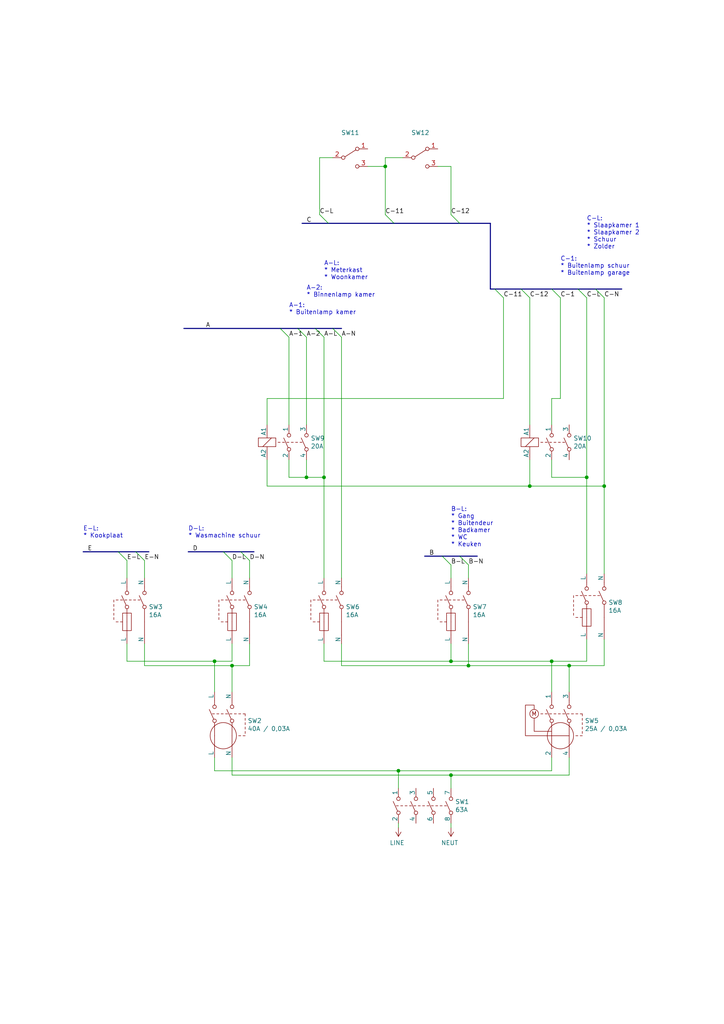
<source format=kicad_sch>
(kicad_sch (version 20211123) (generator eeschema)
  (paper "A4" portrait)
  (title_block (title "Meterkast Bokkeleane 17") (date "2024-10-20") (rev "1.1.0"))
  (lib_symbols
    (symbol "Fuse_Box:4P1T" (pin_numbers hide) (pin_names (offset 0))
      (property "Reference" "SW" (at -11.43 0 0))
      (property "Value" "4P1T" (at 11.43 0 0))
      (symbol "4P1T_0_0"
        (circle (center -2.54 -2.032) (radius 0.508))
        (circle (center -2.54 2.032) (radius 0.508))
        (polyline (pts (xy -2.794 -1.524) (xy -4.064 1.27)))
        (polyline (pts (xy -2.54 0) (xy -3.175 0)))
        (polyline (pts (xy -1.27 0) (xy -1.905 0)))
        (polyline (pts (xy 0 0) (xy -0.635 0)))
        (polyline (pts (xy 1.27 0) (xy 0.635 0)))
        (polyline (pts (xy 2.286 -1.524) (xy 1.016 1.27)))
        (circle (center 2.54 -2.032) (radius 0.508))
        (circle (center 2.54 2.032) (radius 0.508))
      )
      (symbol "4P1T_1_1"
        (circle (center -7.62 -2.032) (radius 0.508))
        (circle (center -7.62 2.032) (radius 0.508))
        (polyline (pts (xy -7.874 -1.524) (xy -9.144 1.27)))
        (polyline (pts (xy -7.62 0) (xy -8.255 0)))
        (polyline (pts (xy -6.35 0) (xy -6.985 0)))
        (polyline (pts (xy -5.08 0) (xy -5.715 0)))
        (polyline (pts (xy -3.81 0) (xy -4.445 0)))
        (polyline (pts (xy 2.54 0) (xy 1.905 0)))
        (polyline (pts (xy 3.81 0) (xy 3.175 0)))
        (polyline (pts (xy 5.08 0) (xy 4.445 0)))
        (polyline (pts (xy 6.35 0) (xy 5.715 0)))
        (polyline (pts (xy 7.366 -1.524) (xy 6.096 1.27)))
        (circle (center 7.62 -2.032) (radius 0.508))
        (circle (center 7.62 2.032) (radius 0.508))
        (pin passive line (at -7.62 5.08 270) (length 2.54) (name "1") (number "1"))
        (pin passive line (at -7.62 -5.08 90) (length 2.54) (name "2") (number "2"))
        (pin passive line (at -2.54 5.08 270) (length 2.54) (name "3") (number "3"))
        (pin passive line (at -2.54 -5.08 90) (length 2.54) (name "4") (number "4"))
        (pin passive line (at 2.54 5.08 270) (length 2.54) (name "5") (number "5"))
        (pin passive line (at 2.54 -5.08 90) (length 2.54) (name "6") (number "6"))
        (pin passive line (at 7.62 5.08 270) (length 2.54) (name "7") (number "7"))
        (pin passive line (at 7.62 -5.08 90) (length 2.54) (name "8") (number "8"))
      )
    )
    (symbol "Fuse_Box:CB_2P" (pin_numbers hide) (pin_names (offset 0))
      (property "Reference" "SW" (at -8.89 0 0))
      (property "Value" "CB_2P" (at 7.62 0 0))
      (symbol "CB_2P_0_1"
        (rectangle (start -3.81 -3.81) (end -1.27 -8.89))
      )
      (symbol "CB_2P_1_1"
        (circle (center -2.54 -2.032) (radius 0.508))
        (circle (center -2.54 2.032) (radius 0.508))
        (polyline (pts (xy -6.35 -5.08) (xy -6.35 -5.715)))
        (polyline (pts (xy -6.35 -3.81) (xy -6.35 -4.445)))
        (polyline (pts (xy -6.35 -2.54) (xy -6.35 -3.175)))
        (polyline (pts (xy -6.35 -1.27) (xy -6.35 -1.905)))
        (polyline (pts (xy -6.35 0) (xy -6.35 -0.635)))
        (polyline (pts (xy -5.08 -6.35) (xy -5.715 -6.35)))
        (polyline (pts (xy -5.08 0) (xy -5.715 0)))
        (polyline (pts (xy -3.81 -6.35) (xy -4.445 -6.35)))
        (polyline (pts (xy -3.81 0) (xy -4.445 0)))
        (polyline (pts (xy -2.794 -1.524) (xy -4.064 1.27)))
        (polyline (pts (xy -2.54 -10.16) (xy -2.54 -6.35)))
        (polyline (pts (xy -2.54 -6.35) (xy -2.54 -2.54)))
        (polyline (pts (xy -2.54 0) (xy -3.175 0)))
        (polyline (pts (xy -2.54 2.54) (xy -2.54 3.81)))
        (polyline (pts (xy -1.27 0) (xy -1.905 0)))
        (polyline (pts (xy 0 0) (xy -0.635 0)))
        (polyline (pts (xy 1.27 0) (xy 0.635 0)))
        (polyline (pts (xy 2.286 -1.524) (xy 1.016 1.27)))
        (polyline (pts (xy 2.54 -10.16) (xy 2.54 -6.35)))
        (polyline (pts (xy 2.54 -6.35) (xy 2.54 -2.54)))
        (polyline (pts (xy 2.54 2.54) (xy 2.54 3.81)))
        (circle (center 2.54 -2.032) (radius 0.508))
        (circle (center 2.54 2.032) (radius 0.508))
        (pin power_in line (at -2.54 -12.7 90) (length 2.54) (name "L") (number "1"))
        (pin power_out line (at -2.54 6.35 270) (length 2.54) (name "L") (number "2"))
        (pin power_in line (at 2.54 -12.7 90) (length 2.54) (name "N") (number "3"))
        (pin power_out line (at 2.54 6.35 270) (length 2.54) (name "N") (number "4"))
      )
    )
    (symbol "Fuse_Box:RCD_2P" (pin_numbers hide) (pin_names (offset 0))
      (property "Reference" "SW" (at -6.35 0 0))
      (property "Value" "RCD_2P" (at 12.7 0 0))
      (symbol "RCD_2P_0_1"
        (circle (center 0 -6.35) (radius 3.81))
        (polyline (pts (xy -2.54 -10.16) (xy -2.54 -6.35)))
        (polyline (pts (xy -2.54 -6.35) (xy -2.54 -2.54)))
        (polyline (pts (xy -2.54 2.54) (xy -2.54 3.81)))
        (polyline (pts (xy 2.54 -10.16) (xy 2.54 -6.35)))
        (polyline (pts (xy 2.54 -6.35) (xy 2.54 -2.54)))
        (polyline (pts (xy 2.54 2.54) (xy 2.54 3.81)))
      )
      (symbol "RCD_2P_1_1"
        (circle (center -2.54 -2.032) (radius 0.508))
        (circle (center -2.54 2.032) (radius 0.508))
        (polyline (pts (xy -2.794 -1.524) (xy -4.064 1.27)))
        (polyline (pts (xy -2.54 0) (xy -3.175 0)))
        (polyline (pts (xy -1.27 0) (xy -1.905 0)))
        (polyline (pts (xy 0 0) (xy -0.635 0)))
        (polyline (pts (xy 1.27 0) (xy 0.635 0)))
        (polyline (pts (xy 2.286 -1.524) (xy 1.016 1.27)))
        (polyline (pts (xy 2.54 0) (xy 1.905 0)))
        (polyline (pts (xy 3.81 0) (xy 3.175 0)))
        (polyline (pts (xy 5.08 -6.35) (xy 4.445 -6.35)))
        (polyline (pts (xy 5.08 0) (xy 4.445 0)))
        (polyline (pts (xy 6.35 -6.35) (xy 5.715 -6.35)))
        (polyline (pts (xy 6.35 -5.08) (xy 6.35 -5.715)))
        (polyline (pts (xy 6.35 -3.81) (xy 6.35 -4.445)))
        (polyline (pts (xy 6.35 -2.54) (xy 6.35 -3.175)))
        (polyline (pts (xy 6.35 -1.27) (xy 6.35 -1.905)))
        (polyline (pts (xy 6.35 0) (xy 5.715 0)))
        (polyline (pts (xy 6.35 0) (xy 6.35 -0.635)))
        (circle (center 2.54 -2.032) (radius 0.508))
        (circle (center 2.54 2.032) (radius 0.508))
        (pin power_in line (at -2.54 -12.7 90) (length 2.54) (name "L") (number "1"))
        (pin power_out line (at -2.54 6.35 270) (length 2.54) (name "L") (number "2"))
        (pin power_in line (at 2.54 -12.7 90) (length 2.54) (name "N") (number "3"))
        (pin power_out line (at 2.54 6.35 270) (length 2.54) (name "N") (number "4"))
      )
    )
    (symbol "Fuse_Box:RCD_2P_with_reset" (pin_numbers hide) (pin_names (offset 0))
      (property "Reference" "SW" (at -13.97 0 0))
      (property "Value" "RCD_2P_with_reset" (at 16.51 0 0))
      (symbol "RCD_2P_with_reset_0_0"
        (polyline (pts (xy -7.62 -1.27) (xy -7.62 -5.08) (xy -2.54 -5.08)))
        (polyline (pts (xy -7.62 1.27) (xy -7.62 2.54) (xy -10.16 2.54) (xy -10.16 -6.35) (xy 2.54 -6.35)))
        (text "M" (at -7.62 0 0) (effects (font (size 1.27 1.27))))
      )
      (symbol "RCD_2P_with_reset_0_1"
        (circle (center -7.62 0) (radius 1.27))
        (circle (center 0 -6.35) (radius 3.81))
        (polyline (pts (xy -2.54 -10.16) (xy -2.54 -6.35)))
        (polyline (pts (xy -2.54 -6.35) (xy -2.54 -2.54)))
        (polyline (pts (xy -2.54 2.54) (xy -2.54 3.81)))
        (polyline (pts (xy 2.54 -10.16) (xy 2.54 -6.35)))
        (polyline (pts (xy 2.54 -6.35) (xy 2.54 -2.54)))
        (polyline (pts (xy 2.54 2.54) (xy 2.54 3.81)))
      )
      (symbol "RCD_2P_with_reset_1_1"
        (circle (center -2.54 -2.032) (radius 0.508))
        (circle (center -2.54 2.032) (radius 0.508))
        (polyline (pts (xy -5.08 0) (xy -5.715 0)))
        (polyline (pts (xy -3.81 0) (xy -4.445 0)))
        (polyline (pts (xy -2.794 -1.524) (xy -4.064 1.27)))
        (polyline (pts (xy -2.54 0) (xy -3.175 0)))
        (polyline (pts (xy -1.27 0) (xy -1.905 0)))
        (polyline (pts (xy 0 0) (xy -0.635 0)))
        (polyline (pts (xy 1.27 0) (xy 0.635 0)))
        (polyline (pts (xy 2.286 -1.524) (xy 1.016 1.27)))
        (polyline (pts (xy 2.54 0) (xy 1.905 0)))
        (polyline (pts (xy 3.81 0) (xy 3.175 0)))
        (polyline (pts (xy 5.08 -6.35) (xy 4.445 -6.35)))
        (polyline (pts (xy 5.08 0) (xy 4.445 0)))
        (polyline (pts (xy 6.35 -6.35) (xy 5.715 -6.35)))
        (polyline (pts (xy 6.35 -5.08) (xy 6.35 -5.715)))
        (polyline (pts (xy 6.35 -3.81) (xy 6.35 -4.445)))
        (polyline (pts (xy 6.35 -2.54) (xy 6.35 -3.175)))
        (polyline (pts (xy 6.35 -1.27) (xy 6.35 -1.905)))
        (polyline (pts (xy 6.35 0) (xy 5.715 0)))
        (polyline (pts (xy 6.35 0) (xy 6.35 -0.635)))
        (circle (center 2.54 -2.032) (radius 0.508))
        (circle (center 2.54 2.032) (radius 0.508))
        (pin power_out line (at -2.54 6.35 270) (length 2.54) (name "1") (number "1"))
        (pin power_in line (at -2.54 -12.7 90) (length 2.54) (name "2") (number "2"))
        (pin power_out line (at 2.54 6.35 270) (length 2.54) (name "3") (number "3"))
        (pin power_in line (at 2.54 -12.7 90) (length 2.54) (name "4") (number "4"))
      )
    )
    (symbol "Fuse_Box:Relais_2P" (pin_numbers hide) (pin_names (offset 0))
      (property "Reference" "SW" (at -13.97 0 0))
      (property "Value" "Relais_2P" (at 8.89 0 0))
      (symbol "Relais_2P_0_1"
        (rectangle (start -11.43 -1.27) (end -6.35 1.27))
        (polyline (pts (xy -10.16 -1.27) (xy -7.62 1.27)))
      )
      (symbol "Relais_2P_1_1"
        (circle (center -2.54 -2.032) (radius 0.508))
        (circle (center -2.54 2.032) (radius 0.508))
        (polyline (pts (xy -5.08 0) (xy -5.715 0)))
        (polyline (pts (xy -3.81 0) (xy -4.445 0)))
        (polyline (pts (xy -2.794 -1.524) (xy -4.064 1.27)))
        (polyline (pts (xy -2.54 0) (xy -3.175 0)))
        (polyline (pts (xy -1.27 0) (xy -1.905 0)))
        (polyline (pts (xy 0 0) (xy -0.635 0)))
        (polyline (pts (xy 1.27 0) (xy 0.635 0)))
        (polyline (pts (xy 2.286 -1.524) (xy 1.016 1.27)))
        (circle (center 2.54 -2.032) (radius 0.508))
        (circle (center 2.54 2.032) (radius 0.508))
        (pin power_out line (at -2.54 5.08 270) (length 2.54) (name "1") (number "1"))
        (pin power_in line (at -2.54 -5.08 90) (length 2.54) (name "2") (number "2"))
        (pin power_out line (at 2.54 5.08 270) (length 2.54) (name "3") (number "3"))
        (pin power_in line (at 2.54 -5.08 90) (length 2.54) (name "4") (number "4"))
        (pin passive line (at -8.89 5.08 270) (length 3.81) (name "A1") (number "5"))
        (pin passive line (at -8.89 -5.08 90) (length 3.81) (name "A2") (number "6"))
      )
    )
    (symbol "Switch:SW_SPDT" (pin_names (offset 0) hide)
      (property "Reference" "SW" (at 0 4.318 0))
      (property "Value" "SW_SPDT" (at 0 -5.08 0))
      (symbol "SW_SPDT_0_0"
        (circle (center -2.032 0) (radius 0.508))
        (circle (center 2.032 -2.54) (radius 0.508))
      )
      (symbol "SW_SPDT_0_1"
        (polyline (pts (xy -1.524 0.254) (xy 1.651 2.286)))
        (circle (center 2.032 2.54) (radius 0.508))
      )
      (symbol "SW_SPDT_1_1"
        (pin passive line (at 5.08 2.54 180) (length 2.54) (name "A") (number "1"))
        (pin passive line (at -5.08 0 0) (length 2.54) (name "B") (number "2"))
        (pin passive line (at 5.08 -2.54 180) (length 2.54) (name "C") (number "3"))
      )
    )
    (symbol "power:LINE" (power) (pin_names (offset 0))
      (property "Value" "LINE" (at 0 3.81 0))
      (symbol "LINE_0_1"
        (polyline (pts (xy -0.762 1.27) (xy 0 2.54)))
        (polyline (pts (xy 0 0) (xy 0 2.54)))
        (polyline (pts (xy 0 2.54) (xy 0.762 1.27)))
      )
      (symbol "LINE_1_1"
        (pin power_in line (at 0 0 90) (length 0) hide (name "LINE") (number "1"))
      )
    )
    (symbol "power:NEUT" (power) (pin_names (offset 0))
      (property "Value" "NEUT" (at 0 3.81 0))
      (symbol "NEUT_0_1"
        (polyline (pts (xy -0.762 1.27) (xy 0 2.54)))
        (polyline (pts (xy 0 0) (xy 0 2.54)))
        (polyline (pts (xy 0 2.54) (xy 0.762 1.27)))
      )
      (symbol "NEUT_1_1"
        (pin power_in line (at 0 0 90) (length 0) hide (name "NEUT") (number "1"))
      )
    )
  )
  (junction (at 67.31 193.04))
  (junction (at 88.9 138.43))
  (junction (at 111.76 48.26))
  (junction (at 165.1 193.04))
  (junction (at 130.81 224.79))
  (junction (at 62.23 191.77))
  (junction (at 135.89 193.04))
  (junction (at 153.67 140.97))
  (junction (at 160.02 191.77))
  (junction (at 175.26 140.97))
  (junction (at 93.98 138.43))
  (junction (at 115.57 223.52))
  (junction (at 130.81 191.77))
  (junction (at 170.18 138.43))
  (bus_entry (at 151.13 83.82) (size 2.54 2.54))
  (bus_entry (at 95.25 64.77) (size -2.54 -2.54))
  (bus_entry (at 133.35 64.77) (size -2.54 -2.54))
  (bus_entry (at 34.29 160.02) (size 2.54 2.54))
  (bus_entry (at 69.85 160.02) (size 2.54 2.54))
  (bus_entry (at 91.44 95.25) (size 2.54 2.54))
  (bus_entry (at 64.77 160.02) (size 2.54 2.54))
  (bus_entry (at 86.36 95.25) (size 2.54 2.54))
  (bus_entry (at 128.27 161.29) (size 2.54 2.54))
  (bus_entry (at 172.72 83.82) (size 2.54 2.54))
  (bus_entry (at 39.37 160.02) (size 2.54 2.54))
  (bus_entry (at 114.3 64.77) (size -2.54 -2.54))
  (bus_entry (at 167.64 83.82) (size 2.54 2.54))
  (bus_entry (at 133.35 161.29) (size 2.54 2.54))
  (bus_entry (at 81.28 95.25) (size 2.54 2.54))
  (bus_entry (at 96.52 95.25) (size 2.54 2.54))
  (bus_entry (at 143.51 83.82) (size 2.54 2.54))
  (bus_entry (at 160.02 83.82) (size 2.54 2.54))
  (bus (pts (xy 69.85 160.02) (xy 73.66 160.02)))
  (wire (pts (xy 153.67 86.36) (xy 153.67 123.19)))
  (wire (pts (xy 67.31 224.79) (xy 130.81 224.79)))
  (wire (pts (xy 41.91 193.04) (xy 67.31 193.04)))
  (wire (pts (xy 99.06 167.64) (xy 99.06 97.79)))
  (wire (pts (xy 135.89 193.04) (xy 165.1 193.04)))
  (wire (pts (xy 77.47 133.35) (xy 77.47 140.97)))
  (wire (pts (xy 93.98 138.43) (xy 93.98 97.79)))
  (wire (pts (xy 160.02 223.52) (xy 160.02 219.71)))
  (wire (pts (xy 111.76 45.72) (xy 111.76 48.26)))
  (wire (pts (xy 175.26 193.04) (xy 175.26 185.42)))
  (bus (pts (xy 95.25 64.77) (xy 114.3 64.77)))
  (wire (pts (xy 162.56 86.36) (xy 162.56 115.57)))
  (wire (pts (xy 93.98 186.69) (xy 93.98 191.77)))
  (wire (pts (xy 115.57 223.52) (xy 160.02 223.52)))
  (bus (pts (xy 128.27 161.29) (xy 133.35 161.29)))
  (wire (pts (xy 130.81 186.69) (xy 130.81 191.77)))
  (wire (pts (xy 92.71 62.23) (xy 92.71 45.72)))
  (wire (pts (xy 153.67 133.35) (xy 153.67 140.97)))
  (bus (pts (xy 96.52 95.25) (xy 99.06 95.25)))
  (wire (pts (xy 160.02 200.66) (xy 160.02 191.77)))
  (wire (pts (xy 135.89 186.69) (xy 135.89 193.04)))
  (wire (pts (xy 130.81 167.64) (xy 130.81 163.83)))
  (wire (pts (xy 77.47 123.19) (xy 77.47 115.57)))
  (wire (pts (xy 165.1 200.66) (xy 165.1 193.04)))
  (bus (pts (xy 81.28 95.25) (xy 86.36 95.25)))
  (wire (pts (xy 93.98 167.64) (xy 93.98 138.43)))
  (wire (pts (xy 62.23 223.52) (xy 115.57 223.52)))
  (wire (pts (xy 41.91 162.56) (xy 41.91 167.64)))
  (wire (pts (xy 83.82 138.43) (xy 88.9 138.43)))
  (bus (pts (xy 160.02 83.82) (xy 167.64 83.82)))
  (bus (pts (xy 34.29 160.02) (xy 39.37 160.02)))
  (wire (pts (xy 115.57 240.03) (xy 115.57 238.76)))
  (wire (pts (xy 99.06 193.04) (xy 135.89 193.04)))
  (wire (pts (xy 67.31 193.04) (xy 72.39 193.04)))
  (wire (pts (xy 77.47 140.97) (xy 153.67 140.97)))
  (wire (pts (xy 130.81 228.6) (xy 130.81 224.79)))
  (wire (pts (xy 162.56 115.57) (xy 160.02 115.57)))
  (wire (pts (xy 88.9 138.43) (xy 93.98 138.43)))
  (bus (pts (xy 143.51 83.82) (xy 151.13 83.82)))
  (wire (pts (xy 130.81 48.26) (xy 130.81 62.23)))
  (wire (pts (xy 170.18 138.43) (xy 170.18 166.37)))
  (wire (pts (xy 160.02 133.35) (xy 160.02 138.43)))
  (bus (pts (xy 142.24 83.82) (xy 143.51 83.82)))
  (wire (pts (xy 36.83 186.69) (xy 36.83 191.77)))
  (wire (pts (xy 130.81 240.03) (xy 130.81 238.76)))
  (wire (pts (xy 160.02 191.77) (xy 170.18 191.77)))
  (wire (pts (xy 130.81 191.77) (xy 160.02 191.77)))
  (bus (pts (xy 86.36 95.25) (xy 91.44 95.25)))
  (wire (pts (xy 111.76 48.26) (xy 111.76 62.23)))
  (bus (pts (xy 172.72 83.82) (xy 180.34 83.82)))
  (wire (pts (xy 160.02 138.43) (xy 170.18 138.43)))
  (bus (pts (xy 39.37 160.02) (xy 43.18 160.02)))
  (wire (pts (xy 165.1 224.79) (xy 165.1 219.71)))
  (bus (pts (xy 133.35 161.29) (xy 138.43 161.29)))
  (wire (pts (xy 130.81 224.79) (xy 165.1 224.79)))
  (wire (pts (xy 72.39 162.56) (xy 72.39 167.64)))
  (bus (pts (xy 114.3 64.77) (xy 133.35 64.77)))
  (wire (pts (xy 135.89 167.64) (xy 135.89 163.83)))
  (wire (pts (xy 175.26 140.97) (xy 175.26 166.37)))
  (wire (pts (xy 36.83 162.56) (xy 36.83 167.64)))
  (wire (pts (xy 127 48.26) (xy 130.81 48.26)))
  (wire (pts (xy 170.18 86.36) (xy 170.18 138.43)))
  (bus (pts (xy 142.24 64.77) (xy 142.24 83.82)))
  (wire (pts (xy 160.02 115.57) (xy 160.02 123.19)))
  (bus (pts (xy 167.64 83.82) (xy 172.72 83.82)))
  (wire (pts (xy 67.31 219.71) (xy 67.31 224.79)))
  (wire (pts (xy 170.18 191.77) (xy 170.18 185.42)))
  (bus (pts (xy 151.13 83.82) (xy 160.02 83.82)))
  (wire (pts (xy 41.91 186.69) (xy 41.91 193.04)))
  (bus (pts (xy 24.13 160.02) (xy 34.29 160.02)))
  (wire (pts (xy 106.68 48.26) (xy 111.76 48.26)))
  (wire (pts (xy 62.23 219.71) (xy 62.23 223.52)))
  (wire (pts (xy 67.31 191.77) (xy 67.31 186.69)))
  (bus (pts (xy 87.63 64.77) (xy 95.25 64.77)))
  (bus (pts (xy 123.19 161.29) (xy 128.27 161.29)))
  (wire (pts (xy 62.23 191.77) (xy 62.23 200.66)))
  (wire (pts (xy 72.39 186.69) (xy 72.39 193.04)))
  (wire (pts (xy 62.23 191.77) (xy 67.31 191.77)))
  (wire (pts (xy 146.05 115.57) (xy 146.05 86.36)))
  (bus (pts (xy 91.44 95.25) (xy 96.52 95.25)))
  (wire (pts (xy 77.47 115.57) (xy 146.05 115.57)))
  (wire (pts (xy 88.9 133.35) (xy 88.9 138.43)))
  (bus (pts (xy 54.61 160.02) (xy 64.77 160.02)))
  (bus (pts (xy 53.34 95.25) (xy 81.28 95.25)))
  (wire (pts (xy 67.31 193.04) (xy 67.31 200.66)))
  (wire (pts (xy 88.9 123.19) (xy 88.9 97.79)))
  (bus (pts (xy 64.77 160.02) (xy 69.85 160.02)))
  (wire (pts (xy 92.71 45.72) (xy 96.52 45.72)))
  (wire (pts (xy 67.31 162.56) (xy 67.31 167.64)))
  (wire (pts (xy 165.1 193.04) (xy 175.26 193.04)))
  (bus (pts (xy 133.35 64.77) (xy 142.24 64.77)))
  (wire (pts (xy 83.82 123.19) (xy 83.82 97.79)))
  (wire (pts (xy 115.57 228.6) (xy 115.57 223.52)))
  (wire (pts (xy 99.06 186.69) (xy 99.06 193.04)))
  (wire (pts (xy 83.82 133.35) (xy 83.82 138.43)))
  (wire (pts (xy 36.83 191.77) (xy 62.23 191.77)))
  (wire (pts (xy 116.84 45.72) (xy 111.76 45.72)))
  (wire (pts (xy 175.26 86.36) (xy 175.26 140.97)))
  (wire (pts (xy 93.98 191.77) (xy 130.81 191.77)))
  (wire (pts (xy 153.67 140.97) (xy 175.26 140.97)))
  (text "B-L:\n* Gang\n* Buitendeur\n* Badkamer\n* WC\n* Keuken" (at 130.81 158.75 0) (effects (font (size 1.27 1.27)) (justify left bottom)))
  (text "A-1:\n* Buitenlamp kamer" (at 83.82 91.44 0) (effects (font (size 1.27 1.27)) (justify left bottom)))
  (text "A-L:\n* Meterkast\n* Woonkamer" (at 93.98 81.28 0) (effects (font (size 1.27 1.27)) (justify left bottom)))
  (text "C-1:\n* Buitenlamp schuur\n* Buitenlamp garage" (at 162.56 80.01 0) (effects (font (size 1.27 1.27)) (justify left bottom)))
  (text "E-L:\n* Kookplaat" (at 24.13 156.21 0) (effects (font (size 1.27 1.27)) (justify left bottom)))
  (text "A-2:\n* Binnenlamp kamer" (at 88.9 86.36 0) (effects (font (size 1.27 1.27)) (justify left bottom)))
  (text "C-L:\n* Slaapkamer 1\n* Slaapkamer 2\n* Schuur\n* Zolder" (at 170.18 72.39 0) (effects (font (size 1.27 1.27)) (justify left bottom)))
  (text "D-L:\n* Wasmachine schuur" (at 54.61 156.21 0) (effects (font (size 1.27 1.27)) (justify left bottom)))
  (label "C" (at 88.9 64.77 0))
  (label "A" (at 59.69 95.25 0))
  (label "D-N" (at 72.39 162.56 0))
  (label "D" (at 55.88 160.02 0))
  (label "A-2" (at 88.9 97.79 0))
  (label "E-N" (at 41.91 162.56 0))
  (label "B-L" (at 130.81 163.83 0))
  (label "C-12" (at 153.67 86.36 0))
  (label "C-11" (at 146.05 86.36 0))
  (label "B" (at 124.46 161.29 0))
  (label "C-12" (at 130.81 62.23 0))
  (label "C-L" (at 170.18 86.36 0))
  (label "A-N" (at 99.06 97.79 0))
  (label "C-11" (at 111.76 62.23 0))
  (label "B-N" (at 135.89 163.83 0))
  (label "E-L" (at 36.83 162.56 0))
  (label "C-1" (at 162.56 86.36 0))
  (label "D-L" (at 67.31 162.56 0))
  (label "A-L" (at 93.98 97.79 0))
  (label "C-L" (at 92.71 62.23 0))
  (label "C-N" (at 175.26 86.36 0))
  (label "E" (at 25.4 160.02 0))
  (label "A-1" (at 83.82 97.79 0))
  (symbol (lib_id "Fuse_Box:4P1T") (at 123.19 233.68 0) (unit 1)
    (property "Reference" "SW1" (at 132.0292 232.5116 0) (effects (justify left)))
    (property "Value" "63A" (at 132.0292 234.823 0) (effects (justify left)))
  )
  (symbol (lib_id "power:NEUT") (at 130.81 240.03 180) (unit 1)
    (property "Reference" "#PWR?" (effects hide))
    (property "Value" "NEUT" (at 130.429 244.4242 0))
  )
  (symbol (lib_id "power:LINE") (at 115.57 240.03 180) (unit 1)
    (property "Reference" "#PWR?" (effects hide))
    (property "Value" "LINE" (at 115.189 244.4242 0))
  )
  (symbol (lib_id "Fuse_Box:CB_2P") (at 39.37 173.99 0) (unit 1)
    (property "Reference" "SW3" (at 43.1292 175.9966 0) (effects (justify left)))
    (property "Value" "16A" (at 43.1292 178.308 0) (effects (justify left)))
  )
  (symbol (lib_id "Fuse_Box:RCD_2P") (at 64.77 207.01 0) (unit 1)
    (property "Reference" "SW2" (at 71.8312 209.0166 0) (effects (justify left)))
    (property "Value" "40A / 0,03A" (at 71.8312 211.328 0) (effects (justify left)))
  )
  (symbol (lib_id "Fuse_Box:RCD_2P_with_reset") (at 162.56 207.01 0) (unit 1)
    (property "Reference" "SW5" (at 169.6212 209.0166 0) (effects (justify left)))
    (property "Value" "25A / 0,03A" (at 169.6212 211.328 0) (effects (justify left)))
  )
  (symbol (lib_id "Fuse_Box:CB_2P") (at 96.52 173.99 0) (unit 1)
    (property "Reference" "SW6" (at 100.2792 175.9966 0) (effects (justify left)))
    (property "Value" "16A" (at 100.2792 178.308 0) (effects (justify left)))
  )
  (symbol (lib_id "Fuse_Box:CB_2P") (at 133.35 173.99 0) (unit 1)
    (property "Reference" "SW7" (at 137.1092 175.9966 0) (effects (justify left)))
    (property "Value" "16A" (at 137.1092 178.308 0) (effects (justify left)))
  )
  (symbol (lib_id "Fuse_Box:CB_2P") (at 172.72 172.72 0) (unit 1)
    (property "Reference" "SW8" (at 176.4792 174.7266 0) (effects (justify left)))
    (property "Value" "16A" (at 176.4792 177.038 0) (effects (justify left)))
  )
  (symbol (lib_id "Fuse_Box:Relais_2P") (at 86.36 128.27 0) (unit 1)
    (property "Reference" "SW9" (at 90.1192 127.1016 0) (effects (justify left)))
    (property "Value" "20A" (at 90.1192 129.413 0) (effects (justify left)))
  )
  (symbol (lib_id "Fuse_Box:Relais_2P") (at 162.56 128.27 0) (unit 1)
    (property "Reference" "SW10" (at 166.3192 127.1016 0) (effects (justify left)))
    (property "Value" "20A" (at 166.3192 129.413 0) (effects (justify left)))
  )
  (symbol (lib_id "Switch:SW_SPDT") (at 121.92 45.72 0) (unit 1)
    (property "Reference" "SW12" (at 121.92 38.481 0))
    (property "Value" "SW_SPDT" (effects hide))
  )
  (symbol (lib_id "Switch:SW_SPDT") (at 101.6 45.72 0) (unit 1)
    (property "Reference" "SW11" (at 101.6 38.481 0))
    (property "Value" "SW_SPDT" (effects hide))
  )
  (symbol (lib_id "Fuse_Box:CB_2P") (at 69.85 173.99 0) (unit 1)
    (property "Reference" "SW4" (at 73.6092 175.9966 0) (effects (justify left)))
    (property "Value" "16A" (at 73.6092 178.308 0) (effects (justify left)))
  )
)
</source>
